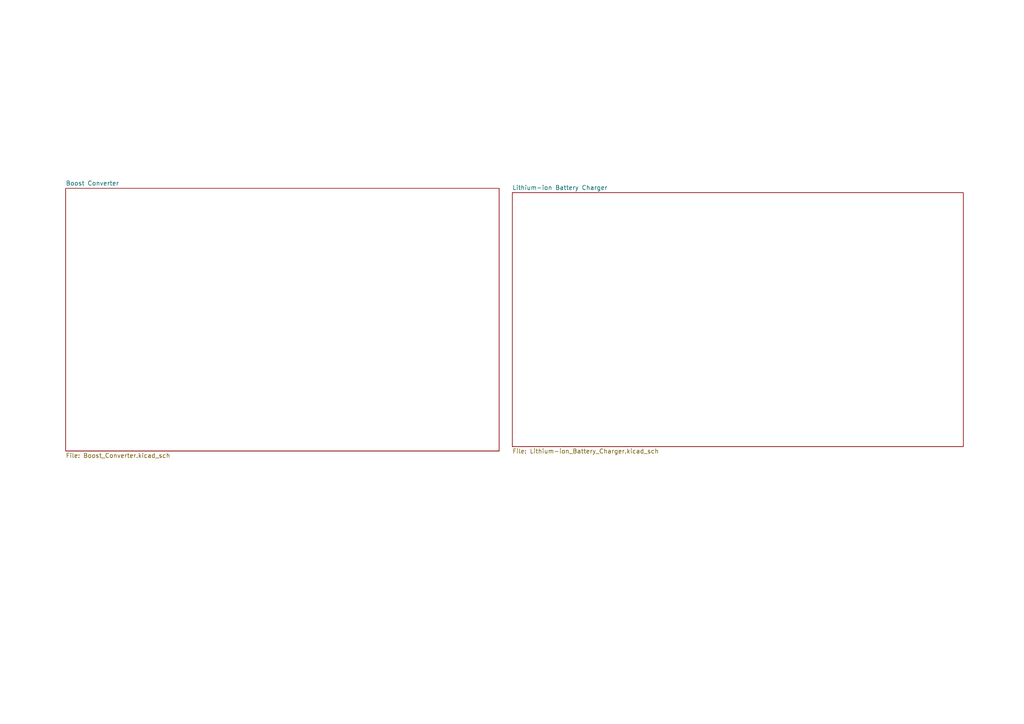
<source format=kicad_sch>
(kicad_sch
	(version 20250114)
	(generator "eeschema")
	(generator_version "9.0")
	(uuid "22645b36-84af-4b49-99de-dce2d89d36ca")
	(paper "A4")
	(title_block
		(title "DC-DC BUCK BOOST CONVERTER")
		(date "2025-11-08")
		(rev "1")
		(company "Philip Gem Arradaza")
	)
	(lib_symbols)
	(sheet
		(at 148.59 55.88)
		(size 130.81 73.66)
		(exclude_from_sim no)
		(in_bom yes)
		(on_board yes)
		(dnp no)
		(fields_autoplaced yes)
		(stroke
			(width 0.1524)
			(type solid)
		)
		(fill
			(color 0 0 0 0.0000)
		)
		(uuid "546c0e98-489a-448a-90b1-07cd0b4aff59")
		(property "Sheetname" "Lithium-ion Battery Charger"
			(at 148.59 55.1684 0)
			(effects
				(font
					(size 1.27 1.27)
				)
				(justify left bottom)
			)
		)
		(property "Sheetfile" "Lithium-ion_Battery_Charger.kicad_sch"
			(at 148.59 130.1246 0)
			(effects
				(font
					(size 1.27 1.27)
				)
				(justify left top)
			)
		)
		(instances
			(project "DC_DC_BOOST_CONVERTER"
				(path "/22645b36-84af-4b49-99de-dce2d89d36ca"
					(page "3")
				)
			)
		)
	)
	(sheet
		(at 19.05 54.61)
		(size 125.73 76.2)
		(exclude_from_sim no)
		(in_bom yes)
		(on_board yes)
		(dnp no)
		(fields_autoplaced yes)
		(stroke
			(width 0.1524)
			(type solid)
		)
		(fill
			(color 0 0 0 0.0000)
		)
		(uuid "9cd005fc-1dc7-4353-8436-b1df4f69b709")
		(property "Sheetname" "Boost Converter"
			(at 19.05 53.8984 0)
			(effects
				(font
					(size 1.27 1.27)
				)
				(justify left bottom)
			)
		)
		(property "Sheetfile" "Boost_Converter.kicad_sch"
			(at 19.05 131.3946 0)
			(effects
				(font
					(size 1.27 1.27)
				)
				(justify left top)
			)
		)
		(instances
			(project "DC_DC_BOOST_CONVERTER"
				(path "/22645b36-84af-4b49-99de-dce2d89d36ca"
					(page "2")
				)
			)
		)
	)
	(sheet_instances
		(path "/"
			(page "1")
		)
	)
	(embedded_fonts no)
)

</source>
